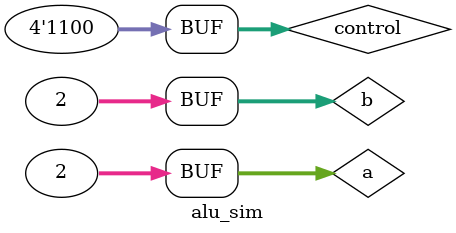
<source format=v>
`timescale 1ns / 1ps


module alu_sim;

	// Inputs
	reg [31:0] a;
	reg [31:0] b;
	reg [3:0] control;

	// Outputs
	wire [31:0] result;
	wire [3:0] flags;

	// Instantiate the Unit Under Test (UUT)
	alu uut (
		.a(a), 
		.b(b), 
		.control(control), 
		.result(result), 
		.flags(flags)
	);

	initial begin
		// Initialize Inputs
		a = 0;
		b = 0;
		control = 0;

		// Wait 100 ns for global reset to finish
		#100;
        
		// Add stimulus here
		a = 2;
		b = 2;
		#10 control = 4'b0100;
		#10 control = 4'b0010;
		#10 control = 4'b0000;
		#10 control = 4'b1100;
	end
      
endmodule


</source>
